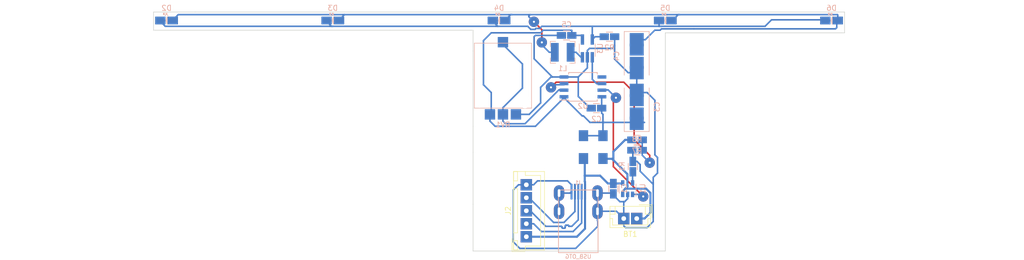
<source format=kicad_pcb>
(kicad_pcb (version 20221018) (generator pcbnew)
  (layers (0 "F.Cu" jumper) (31 "B.Cu" signal) (34 "B.Paste" user) (35 "F.Paste" user) (36 "B.SilkS" user "B.Silkscreen") (37 "F.SilkS" user "F.Silkscreen") (38 "B.Mask" user) (39 "F.Mask" user) (44 "Edge.Cuts" user))
  (net 0 "")
  (net 1 "GND")
  (net 2 "+BATT")
  (net 3 "+5V")
  (net 4 "VCC")
  (net 5 "LED_PWM")
  (net 6 "Net-(R1-Pad2)")
  (net 7 "BATT_VOLTAGE")
  (net 8 "BRIGHTNESS")
  (net 9 "CHG_STATUS")
  (net 10 "Net-(L1-Pad1)")
  (net 11 "/D-")
  (net 12 "/D+")
  (net 13 "/ID")
  (net 14 "/LED+")
  (net 15 "/LED-")
  (footprint "coddingtonbear:JST_EH_B02B-EH-A_02x2.50mm_Straight_LargePads" (layer "F.Cu") (at 172.5 72.25 180)
    (fp_text reference "BT1" (at 1.25 -3 180) (layer "F.SilkS"))
    (fp_text value "Battery_Cell")
    (fp_line (start -2.95 0.15) (end -2.95 2.65) (stroke (width 0.12)) (layer "F.SilkS"))
    (fp_line (start -2.95 2.65) (end -0.45 2.65) (stroke (width 0.12)) (layer "F.SilkS"))
    (fp_line (start -2.65 -1.75) (end -2.65 2.35) (stroke (width 0.12)) (layer "F.SilkS"))
    (fp_line (start -2.65 0) (end -2.15 0) (stroke (width 0.12)) (layer "F.SilkS"))
    (fp_line (start -2.65 0.85) (end -1.65 0.85) (stroke (width 0.12)) (layer "F.SilkS"))
    (fp_line (start -2.65 2.35) (end 5.15 2.35) (stroke (width 0.12)) (layer "F.SilkS"))
    (fp_line (start -2.15 -1.25) (end 4.65 -1.25) (stroke (width 0.12)) (layer "F.SilkS"))
    (fp_line (start -2.15 0) (end -2.15 -1.25) (stroke (width 0.12)) (layer "F.SilkS"))
    (fp_line (start -1.65 0.85) (end -1.65 2.35) (stroke (width 0.12)) (layer "F.SilkS"))
    (fp_line (start 4.15 0.85) (end 4.15 2.35) (stroke (width 0.12)) (layer "F.SilkS"))
    (fp_line (start 4.65 -1.25) (end 4.65 0) (stroke (width 0.12)) (layer "F.SilkS"))
    (fp_line (start 4.65 0) (end 5.15 0) (stroke (width 0.12)) (layer "F.SilkS"))
    (fp_line (start 5.15 -1.75) (end -2.65 -1.75) (stroke (width 0.12)) (layer "F.SilkS"))
    (fp_line (start 5.15 0.85) (end 4.15 0.85) (stroke (width 0.12)) (layer "F.SilkS"))
    (fp_line (start 5.15 2.35) (end 5.15 -1.75) (stroke (width 0.12)) (layer "F.SilkS"))
    (pad "1" thru_hole rect (at 0 0 180) (size 2.2 2.2) (drill 0.9) (layers "*.Cu" "*.Mask") (net 2 "+BATT"))
    (pad "2" thru_hole rect (at 2.5 0 180) (size 2.2 2.2) (drill 0.9) (layers "*.Cu" "*.Mask") (net 1 "GND"))
  )
  (footprint "coddingtonbear:JST_XH_B05B-XH-A_05x2.50mm_Straight_LargePads" (layer "F.Cu") (at 151.25 75.75 90)
    (fp_text reference "J2" (at 5 -3.5 90) (layer "F.SilkS"))
    (fp_text value "Passthrough")
    (fp_line (start -2.85 -2.75) (end -2.85 -0.25) (stroke (width 0.12)) (layer "F.SilkS"))
    (fp_line (start -2.55 -2.45) (end -2.55 -1.7) (stroke (width 0.12)) (layer "F.SilkS"))
    (fp_line (start -2.55 -2.45) (end -2.55 3.5) (stroke (width 0.12)) (layer "F.SilkS"))
    (fp_line (start -2.55 -1.7) (end -0.75 -1.7) (stroke (width 0.12)) (layer "F.SilkS"))
    (fp_line (start -2.55 -0.2) (end -1.8 -0.2) (stroke (width 0.12)) (layer "F.SilkS"))
    (fp_line (start -2.55 3.5) (end 12.55 3.5) (stroke (width 0.12)) (layer "F.SilkS"))
    (fp_line (start -1.8 -0.2) (end -1.8 2.75) (stroke (width 0.12)) (layer "F.SilkS"))
    (fp_line (start -1.8 2.75) (end 5 2.75) (stroke (width 0.12)) (layer "F.SilkS"))
    (fp_line (start -0.75 -2.45) (end -2.55 -2.45) (stroke (width 0.12)) (layer "F.SilkS"))
    (fp_line (start -0.75 -1.7) (end -0.75 -2.45) (stroke (width 0.12)) (layer "F.SilkS"))
    (fp_line (start -0.35 -2.75) (end -2.85 -2.75) (stroke (width 0.12)) (layer "F.SilkS"))
    (fp_line (start 0.75 -2.45) (end 0.75 -1.7) (stroke (width 0.12)) (layer "F.SilkS"))
    (fp_line (start 0.75 -1.7) (end 9.25 -1.7) (stroke (width 0.12)) (layer "F.SilkS"))
    (fp_line (start 9.25 -2.45) (end 0.75 -2.45) (stroke (width 0.12)) (layer "F.SilkS"))
    (fp_line (start 9.25 -1.7) (end 9.25 -2.45) (stroke (width 0.12)) (layer "F.SilkS"))
    (fp_line (start 10.75 -2.45) (end 10.75 -1.7) (stroke (width 0.12)) (layer "F.SilkS"))
    (fp_line (start 10.75 -1.7) (end 12.55 -1.7) (stroke (width 0.12)) (layer "F.SilkS"))
    (fp_line (start 11.8 -0.2) (end 11.8 2.75) (stroke (width 0.12)) (layer "F.SilkS"))
    (fp_line (start 11.8 2.75) (end 5 2.75) (stroke (width 0.12)) (layer "F.SilkS"))
    (fp_line (start 12.55 -2.45) (end -2.55 -2.45) (stroke (width 0.12)) (layer "F.SilkS"))
    (fp_line (start 12.55 -2.45) (end 10.75 -2.45) (stroke (width 0.12)) (layer "F.SilkS"))
    (fp_line (start 12.55 -1.7) (end 12.55 -2.45) (stroke (width 0.12)) (layer "F.SilkS"))
    (fp_line (start 12.55 -0.2) (end 11.8 -0.2) (stroke (width 0.12)) (layer "F.SilkS"))
    (fp_line (start 12.55 3.5) (end 12.55 -2.45) (stroke (width 0.12)) (layer "F.SilkS"))
    (pad "1" thru_hole rect (at 0 0 90) (size 2.2 2.2) (drill 0.9) (layers "*.Cu" "*.Mask") (net 3 "+5V"))
    (pad "2" thru_hole rect (at 2.5 0 90) (size 2.2 2.2) (drill 0.9) (layers "*.Cu" "*.Mask") (net 11 "/D-"))
    (pad "3" thru_hole rect (at 5 0 90) (size 2.2 2.2) (drill 0.9) (layers "*.Cu" "*.Mask") (net 12 "/D+"))
    (pad "4" thru_hole rect (at 7.5 0 90) (size 2.2 2.2) (drill 0.9) (layers "*.Cu" "*.Mask") (net 13 "/ID"))
    (pad "5" thru_hole rect (at 10 0 90) (size 2.2 2.2) (drill 0.9) (layers "*.Cu" "*.Mask") (net 1 "GND"))
  )
  (footprint "coddingtonbear:0805_Milling" (layer "B.Cu") (at 168 66.5 90)
    (fp_text reference "C1" (at 0 2.1 90) (layer "B.SilkS") (effects (justify mirror)))
    (fp_text value "0.1u")
    (fp_line (start -0.6 0.875) (end 0.6 0.875) (stroke (width 0.15)) (layer "B.SilkS"))
    (fp_line (start 0.6 -0.875) (end -0.6 -0.875) (stroke (width 0.15)) (layer "B.SilkS"))
    (pad "1" smd rect (at -1 0 90) (size 1.79 1.3) (layers "B.Cu" "B.Paste" "B.Mask") (net 1 "GND"))
    (pad "2" smd rect (at 1 0 90) (size 1.79 1.3) (layers "B.Cu" "B.Paste" "B.Mask") (net 3 "+5V"))
  )
  (footprint "coddingtonbear:0805_Milling" (layer "B.Cu") (at 164.75 51)
    (fp_text reference "C2" (at 0 2.1) (layer "B.SilkS") (effects (justify mirror)))
    (fp_text value "0.1u")
    (fp_line (start -0.6 0.875) (end 0.6 0.875) (stroke (width 0.15)) (layer "B.SilkS"))
    (fp_line (start 0.6 -0.875) (end -0.6 -0.875) (stroke (width 0.15)) (layer "B.SilkS"))
    (pad "1" smd rect (at -1 0) (size 1.79 1.3) (layers "B.Cu" "B.Paste" "B.Mask") (net 1 "GND"))
    (pad "2" smd rect (at 1 0) (size 1.79 1.3) (layers "B.Cu" "B.Paste" "B.Mask") (net 4 "VCC"))
  )
  (footprint "coddingtonbear:DO-214AC" (layer "B.Cu") (at 166 58.5 -90)
    (fp_text reference "D1")
    (fp_text value "SS14-TP")
    (pad "1" smd rect (at -2.19964 0 270) (size 2.10058 1.80086) (layers "B.Cu" "B.Paste" "B.Mask") (net 4 "VCC"))
    (pad "2" smd rect (at 2.19964 0 270) (size 2.10058 1.80086) (layers "B.Cu" "B.Paste" "B.Mask") (net 2 "+BATT"))
  )
  (footprint "coddingtonbear:MICRO_SIDELED_2808" (layer "B.Cu") (at 82 34.1325)
    (fp_text reference "D2" (at 0 -2.4) (layer "B.SilkS") (effects (justify mirror)))
    (fp_text value "LW-Y1SG")
    (fp_line (start -0.6 -1.4) (end -0.6 -1.1) (stroke (width 0.12)) (layer "B.SilkS"))
    (fp_line (start -0.6 -1.1) (end -0.4 -1.4) (stroke (width 0.12)) (layer "B.SilkS"))
    (fp_line (start -0.4 -1.4) (end -0.6 -1.4) (stroke (width 0.12)) (layer "B.SilkS"))
    (fp_line (start -0.2 -0.9) (end -0.6 -1.4) (stroke (width 0.12)) (layer "B.SilkS"))
    (fp_line (start -0.1 -1.4) (end -0.1 -1.1) (stroke (width 0.12)) (layer "B.SilkS"))
    (fp_line (start -0.1 -1.1) (end 0.1 -1.4) (stroke (width 0.12)) (layer "B.SilkS"))
    (fp_line (start -0.1 0) (end 0.1 -0.7) (stroke (width 0.12)) (layer "B.SilkS"))
    (fp_line (start 0.1 -1.4) (end -0.1 -1.4) (stroke (width 0.12)) (layer "B.SilkS"))
    (fp_line (start 0.1 -0.7) (end 0.1 0.6) (stroke (width 0.12)) (layer "B.SilkS"))
    (fp_line (start 0.1 0.7) (end -0.1 0) (stroke (width 0.12)) (layer "B.SilkS"))
    (fp_line (start 0.1 0.7) (end 0.1 0.5) (stroke (width 0.12)) (layer "B.SilkS"))
    (fp_line (start 0.3 -0.9) (end -0.1 -1.4) (stroke (width 0.12)) (layer "B.SilkS"))
    (pad "1" smd rect (at -1.2 0) (size 2 1.5) (layers "B.Cu" "B.Paste" "B.Mask") (net 15 "/LED-"))
    (pad "2" smd rect (at 1.2 0) (size 2 1.5) (layers "B.Cu" "B.Paste" "B.Mask") (net 14 "/LED+"))
  )
  (footprint "coddingtonbear:MICRO_SIDELED_2808" (layer "B.Cu") (at 114 34.1325)
    (fp_text reference "D3" (at 0 -2.4) (layer "B.SilkS") (effects (justify mirror)))
    (fp_text value "LW-Y1SG")
    (fp_line (start -0.6 -1.4) (end -0.6 -1.1) (stroke (width 0.12)) (layer "B.SilkS"))
    (fp_line (start -0.6 -1.1) (end -0.4 -1.4) (stroke (width 0.12)) (layer "B.SilkS"))
    (fp_line (start -0.4 -1.4) (end -0.6 -1.4) (stroke (width 0.12)) (layer "B.SilkS"))
    (fp_line (start -0.2 -0.9) (end -0.6 -1.4) (stroke (width 0.12)) (layer "B.SilkS"))
    (fp_line (start -0.1 -1.4) (end -0.1 -1.1) (stroke (width 0.12)) (layer "B.SilkS"))
    (fp_line (start -0.1 -1.1) (end 0.1 -1.4) (stroke (width 0.12)) (layer "B.SilkS"))
    (fp_line (start -0.1 0) (end 0.1 -0.7) (stroke (width 0.12)) (layer "B.SilkS"))
    (fp_line (start 0.1 -1.4) (end -0.1 -1.4) (stroke (width 0.12)) (layer "B.SilkS"))
    (fp_line (start 0.1 -0.7) (end 0.1 0.6) (stroke (width 0.12)) (layer "B.SilkS"))
    (fp_line (start 0.1 0.7) (end -0.1 0) (stroke (width 0.12)) (layer "B.SilkS"))
    (fp_line (start 0.1 0.7) (end 0.1 0.5) (stroke (width 0.12)) (layer "B.SilkS"))
    (fp_line (start 0.3 -0.9) (end -0.1 -1.4) (stroke (width 0.12)) (layer "B.SilkS"))
    (pad "1" smd rect (at -1.2 0) (size 2 1.5) (layers "B.Cu" "B.Paste" "B.Mask") (net 15 "/LED-"))
    (pad "2" smd rect (at 1.2 0) (size 2 1.5) (layers "B.Cu" "B.Paste" "B.Mask") (net 14 "/LED+"))
  )
  (footprint "coddingtonbear:MICRO_SIDELED_2808" (layer "B.Cu") (at 146 34.1325)
    (fp_text reference "D4" (at 0 -2.4) (layer "B.SilkS") (effects (justify mirror)))
    (fp_text value "LW-Y1SG")
    (fp_line (start -0.6 -1.4) (end -0.6 -1.1) (stroke (width 0.12)) (layer "B.SilkS"))
    (fp_line (start -0.6 -1.1) (end -0.4 -1.4) (stroke (width 0.12)) (layer "B.SilkS"))
    (fp_line (start -0.4 -1.4) (end -0.6 -1.4) (stroke (width 0.12)) (layer "B.SilkS"))
    (fp_line (start -0.2 -0.9) (end -0.6 -1.4) (stroke (width 0.12)) (layer "B.SilkS"))
    (fp_line (start -0.1 -1.4) (end -0.1 -1.1) (stroke (width 0.12)) (layer "B.SilkS"))
    (fp_line (start -0.1 -1.1) (end 0.1 -1.4) (stroke (width 0.12)) (layer "B.SilkS"))
    (fp_line (start -0.1 0) (end 0.1 -0.7) (stroke (width 0.12)) (layer "B.SilkS"))
    (fp_line (start 0.1 -1.4) (end -0.1 -1.4) (stroke (width 0.12)) (layer "B.SilkS"))
    (fp_line (start 0.1 -0.7) (end 0.1 0.6) (stroke (width 0.12)) (layer "B.SilkS"))
    (fp_line (start 0.1 0.7) (end -0.1 0) (stroke (width 0.12)) (layer "B.SilkS"))
    (fp_line (start 0.1 0.7) (end 0.1 0.5) (stroke (width 0.12)) (layer "B.SilkS"))
    (fp_line (start 0.3 -0.9) (end -0.1 -1.4) (stroke (width 0.12)) (layer "B.SilkS"))
    (pad "1" smd rect (at -1.2 0) (size 2 1.5) (layers "B.Cu" "B.Paste" "B.Mask") (net 15 "/LED-"))
    (pad "2" smd rect (at 1.2 0) (size 2 1.5) (layers "B.Cu" "B.Paste" "B.Mask") (net 14 "/LED+"))
  )
  (footprint "coddingtonbear:MICRO_SIDELED_2808" (layer "B.Cu") (at 178 34.1325)
    (fp_text reference "D5" (at 0 -2.4) (layer "B.SilkS") (effects (justify mirror)))
    (fp_text value "LW-Y1SG")
    (fp_line (start -0.6 -1.4) (end -0.6 -1.1) (stroke (width 0.12)) (layer "B.SilkS"))
    (fp_line (start -0.6 -1.1) (end -0.4 -1.4) (stroke (width 0.12)) (layer "B.SilkS"))
    (fp_line (start -0.4 -1.4) (end -0.6 -1.4) (stroke (width 0.12)) (layer "B.SilkS"))
    (fp_line (start -0.2 -0.9) (end -0.6 -1.4) (stroke (width 0.12)) (layer "B.SilkS"))
    (fp_line (start -0.1 -1.4) (end -0.1 -1.1) (stroke (width 0.12)) (layer "B.SilkS"))
    (fp_line (start -0.1 -1.1) (end 0.1 -1.4) (stroke (width 0.12)) (layer "B.SilkS"))
    (fp_line (start -0.1 0) (end 0.1 -0.7) (stroke (width 0.12)) (layer "B.SilkS"))
    (fp_line (start 0.1 -1.4) (end -0.1 -1.4) (stroke (width 0.12)) (layer "B.SilkS"))
    (fp_line (start 0.1 -0.7) (end 0.1 0.6) (stroke (width 0.12)) (layer "B.SilkS"))
    (fp_line (start 0.1 0.7) (end -0.1 0) (stroke (width 0.12)) (layer "B.SilkS"))
    (fp_line (start 0.1 0.7) (end 0.1 0.5) (stroke (width 0.12)) (layer "B.SilkS"))
    (fp_line (start 0.3 -0.9) (end -0.1 -1.4) (stroke (width 0.12)) (layer "B.SilkS"))
    (pad "1" smd rect (at -1.2 0) (size 2 1.5) (layers "B.Cu" "B.Paste" "B.Mask") (net 15 "/LED-"))
    (pad "2" smd rect (at 1.2 0) (size 2 1.5) (layers "B.Cu" "B.Paste" "B.Mask") (net 14 "/LED+"))
  )
  (footprint "coddingtonbear:MICRO_SIDELED_2808" (layer "B.Cu") (at 210 34.1325)
    (fp_text reference "D6" (at 0 -2.4) (layer "B.SilkS") (effects (justify mirror)))
    (fp_text value "LW-Y1SG")
    (fp_line (start -0.6 -1.4) (end -0.6 -1.1) (stroke (width 0.12)) (layer "B.SilkS"))
    (fp_line (start -0.6 -1.1) (end -0.4 -1.4) (stroke (width 0.12)) (layer "B.SilkS"))
    (fp_line (start -0.4 -1.4) (end -0.6 -1.4) (stroke (width 0.12)) (layer "B.SilkS"))
    (fp_line (start -0.2 -0.9) (end -0.6 -1.4) (stroke (width 0.12)) (layer "B.SilkS"))
    (fp_line (start -0.1 -1.4) (end -0.1 -1.1) (stroke (width 0.12)) (layer "B.SilkS"))
    (fp_line (start -0.1 -1.1) (end 0.1 -1.4) (stroke (width 0.12)) (layer "B.SilkS"))
    (fp_line (start -0.1 0) (end 0.1 -0.7) (stroke (width 0.12)) (layer "B.SilkS"))
    (fp_line (start 0.1 -1.4) (end -0.1 -1.4) (stroke (width 0.12)) (layer "B.SilkS"))
    (fp_line (start 0.1 -0.7) (end 0.1 0.6) (stroke (width 0.12)) (layer "B.SilkS"))
    (fp_line (start 0.1 0.7) (end -0.1 0) (stroke (width 0.12)) (layer "B.SilkS"))
    (fp_line (start 0.1 0.7) (end 0.1 0.5) (stroke (width 0.12)) (layer "B.SilkS"))
    (fp_line (start 0.3 -0.9) (end -0.1 -1.4) (stroke (width 0.12)) (layer "B.SilkS"))
    (pad "1" smd rect (at -1.2 0) (size 2 1.5) (layers "B.Cu" "B.Paste" "B.Mask") (net 15 "/LED-"))
    (pad "2" smd rect (at 1.2 0) (size 2 1.5) (layers "B.Cu" "B.Paste" "B.Mask") (net 14 "/LED+"))
  )
  (footprint "coddingtonbear:DO-214AC" (layer "B.Cu") (at 162.25 58.5 -90)
    (fp_text reference "D7")
    (fp_text value "SS14-TP")
    (pad "1" smd rect (at -2.19964 0 270) (size 2.10058 1.80086) (layers "B.Cu" "B.Paste" "B.Mask") (net 4 "VCC"))
    (pad "2" smd rect (at 2.19964 0 270) (size 2.10058 1.80086) (layers "B.Cu" "B.Paste" "B.Mask") (net 3 "+5V"))
  )
  (footprint "coddingtonbear:UJ2-MIBH-4-SMT" (layer "B.Cu") (at 161.25 66.75 180)
    (fp_text reference "J1" (at 0 1.397 180) (layer "B.SilkS") (effects (font (size 0.762 0.762) (thickness 0.127)) (justify mirror)))
    (fp_text value "USB_OTG" (at 0 -12.827 180) (layer "B.SilkS") (effects (font (size 0.762 0.762) (thickness 0.127)) (justify mirror)))
    (fp_line (start -3.81 -12.065) (end 3.81 -12.065) (stroke (width 0.15)) (layer "B.SilkS"))
    (fp_line (start -3.81 0) (end -3.81 -12.065) (stroke (width 0.15)) (layer "B.SilkS"))
    (fp_line (start -3.81 0) (end 3.81 0) (stroke (width 0.15)) (layer "B.SilkS"))
    (fp_line (start 3.81 0) (end 3.81 -12.065) (stroke (width 0.15)) (layer "B.SilkS"))
    (pad "1" smd rect (at -1.29794 -0.32004 180) (size 0.39878 3) (layers "B.Cu" "B.Paste" "B.Mask") (net 3 "+5V") (clearance 0.2032))
    (pad "2" smd rect (at -0.6477 -0.32004 180) (size 0.39878 3) (layers "B.Cu" "B.Paste" "B.Mask") (net 11 "/D-") (clearance 0.2032))
    (pad "3" smd rect (at 0 -0.32004 180) (size 0.39878 3) (layers "B.Cu" "B.Paste" "B.Mask") (net 12 "/D+") (clearance 0.2032))
    (pad "4" smd rect (at 0.6477 -0.32004 180) (size 0.39878 3) (layers "B.Cu" "B.Paste" "B.Mask") (net 13 "/ID") (clearance 0.2032))
    (pad "5" smd rect (at 1.29794 -0.32004 180) (size 0.39878 3) (layers "B.Cu" "B.Paste" "B.Mask") (net 1 "GND") (clearance 0.2032))
    (pad "6" thru_hole oval (at -3.7 -4.1 180) (size 2 3) (drill oval 0.5 1.5) (layers "*.Cu" "*.Mask") (net 1 "GND"))
    (pad "6" thru_hole oval (at -3.7 -0.6 180) (size 2 3) (drill oval 0.5 1.5) (layers "*.Cu" "*.Mask") (net 1 "GND"))
    (pad "6" thru_hole oval (at 3.7 -4.1 180) (size 2 3) (drill oval 0.5 1.5) (layers "*.Cu" "*.Mask") (net 1 "GND"))
    (pad "6" thru_hole oval (at 3.7 -0.6 180) (size 2 3) (drill oval 0.5 1.5) (layers "*.Cu" "*.Mask") (net 1 "GND"))
  )
  (footprint "coddingtonbear:0805_Milling" (layer "B.Cu") (at 171.75 62.25 -90)
    (fp_text reference "R1" (at 0 2.1 270) (layer "B.SilkS") (effects (justify mirror)))
    (fp_text value "10k")
    (fp_line (start -0.6 0.875) (end 0.6 0.875) (stroke (width 0.15)) (layer "B.SilkS"))
    (fp_line (start 0.6 -0.875) (end -0.6 -0.875) (stroke (width 0.15)) (layer "B.SilkS"))
    (pad "1" smd rect (at -1 0 270) (size 1.79 1.3) (layers "B.Cu" "B.Paste" "B.Mask") (net 1 "GND"))
    (pad "2" smd rect (at 1 0 270) (size 1.79 1.3) (layers "B.Cu" "B.Paste" "B.Mask") (net 6 "Net-(R1-Pad2)"))
  )
  (footprint "coddingtonbear:0805_Milling" (layer "B.Cu") (at 172.563657 57.102679)
    (fp_text reference "R7" (at 0 2.1) (layer "B.SilkS") (effects (justify mirror)))
    (fp_text value "10k")
    (fp_line (start -0.6 0.875) (end 0.6 0.875) (stroke (width 0.15)) (layer "B.SilkS"))
    (fp_line (start 0.6 -0.875) (end -0.6 -0.875) (stroke (width 0.15)) (layer "B.SilkS"))
    (pad "1" smd rect (at -1 0) (size 1.79 1.3) (layers "B.Cu" "B.Paste" "B.Mask") (net 2 "+BATT"))
    (pad "2" smd rect (at 1 0) (size 1.79 1.3) (layers "B.Cu" "B.Paste" "B.Mask") (net 7 "BATT_VOLTAGE"))
  )
  (footprint "coddingtonbear:0805_Milling" (layer "B.Cu") (at 172.563657 59.102679 180)
    (fp_text reference "R8" (at 0 2.1 180) (layer "B.SilkS") (effects (justify mirror)))
    (fp_text value "10k")
    (fp_line (start -0.6 0.875) (end 0.6 0.875) (stroke (width 0.15)) (layer "B.SilkS"))
    (fp_line (start 0.6 -0.875) (end -0.6 -0.875) (stroke (width 0.15)) (layer "B.SilkS"))
    (pad "1" smd rect (at -1 0 180) (size 1.79 1.3) (layers "B.Cu" "B.Paste" "B.Mask") (net 7 "BATT_VOLTAGE"))
    (pad "2" smd rect (at 1 0 180) (size 1.79 1.3) (layers "B.Cu" "B.Paste" "B.Mask") (net 1 "GND"))
  )
  (footprint "coddingtonbear:SV01_Murata_Pot" (layer "B.Cu") (at 146.75 44.5 180)
    (fp_text reference "RV1" (at 0 -9.7 180) (layer "B.SilkS") (effects (justify mirror)))
    (fp_text value "R_POT")
    (fp_line (start -5.5 -6.5) (end -5.5 6) (stroke (width 0.12)) (layer "B.SilkS"))
    (fp_line (start -5.5 -6.5) (end 5.5 -6.5) (stroke (width 0.12)) (layer "B.SilkS"))
    (fp_line (start -5.5 6) (end 5.5 6) (stroke (width 0.12)) (layer "B.SilkS"))
    (fp_line (start 5.5 6) (end 5.5 -6.5) (stroke (width 0.12)) (layer "B.SilkS"))
    (pad "" np_thru_hole circle (at -4.2309 -5.5138 180) (size 2 2) (drill 2) (layers "*.Cu" "*.Mask"))
    (pad "" np_thru_hole circle (at 0 0 180) (size 5 5) (drill 5) (layers "*.Cu" "*.Mask"))
    (pad "" np_thru_hole oval (at 4.2309 -5.5138 142.5) (size 1.1 2) (drill oval 1.1 2) (layers "*.Cu" "*.Mask"))
    (pad "1" smd rect (at -2.5 -7.7 180) (size 2 2) (layers "B.Cu" "B.Paste" "B.Mask") (net 1 "GND"))
    (pad "2" smd rect (at 0 -7.7 180) (size 2 2) (layers "B.Cu" "B.Paste" "B.Mask") (net 8 "BRIGHTNESS"))
    (pad "2" smd rect (at 0 6.2 180) (size 2 2) (layers "B.Cu" "B.Paste" "B.Mask") (net 8 "BRIGHTNESS"))
    (pad "3" smd rect (at 2.5 -7.7 180) (size 2 2) (layers "B.Cu" "B.Paste" "B.Mask") (net 4 "VCC"))
  )
  (footprint "Package_TO_SOT_SMD:SOT-23-5" (layer "B.Cu") (at 170.75 66.5 90)
    (fp_text reference "U1" (at 0 2.9 90) (layer "B.SilkS") (effects (justify mirror)))
    (fp_text value "MCP73831-2-OT")
    (fp_line (start -0.9 -1.61) (end 0.9 -1.61) (stroke (width 0.12)) (layer "B.SilkS"))
    (fp_line (start 0.9 1.61) (end -1.55 1.61) (stroke (width 0.12)) (layer "B.SilkS"))
    (pad "1" smd rect (at -1.1 0.95 90) (size 1.06 0.65) (layers "B.Cu" "B.Paste" "B.Mask") (net 9 "CHG_STATUS"))
    (pad "2" smd rect (at -1.1 0 90) (size 1.06 0.65) (layers "B.Cu" "B.Paste" "B.Mask") (net 1 "GND"))
    (pad "3" smd rect (at -1.1 -0.95 90) (size 1.06 0.65) (layers "B.Cu" "B.Paste" "B.Mask") (net 2 "+BATT"))
    (pad "4" smd rect (at 1.1 -0.95 90) (size 1.06 0.65) (layers "B.Cu" "B.Paste" "B.Mask") (net 3 "+5V"))
    (pad "5" smd rect (at 1.1 0.95 90) (size 1.06 0.65) (layers "B.Cu" "B.Paste" "B.Mask") (net 6 "Net-(R1-Pad2)"))
  )
  (footprint "Package_SO:SOIJ-8_5.3x5.3mm_P1.27mm" (layer "B.Cu") (at 162.15 46.905)
    (fp_text reference "U2" (at 0 3.68) (layer "B.SilkS") (effects (justify mirror)))
    (fp_text value "ATtiny85-20SU")
    (fp_line (start -2.75 -2.755) (end -2.75 -2.455) (stroke (width 0.15)) (layer "B.SilkS"))
    (fp_line (start -2.75 -2.755) (end 2.75 -2.755) (stroke (width 0.15)) (layer "B.SilkS"))
    (fp_line (start -2.75 2.55) (end -4.5 2.55) (stroke (width 0.15)) (layer "B.SilkS"))
    (fp_line (start -2.75 2.755) (end -2.75 2.55) (stroke (width 0.15)) (layer "B.SilkS"))
    (fp_line (start -2.75 2.755) (end 2.75 2.755) (stroke (width 0.15)) (layer "B.SilkS"))
    (fp_line (start 2.75 -2.755) (end 2.75 -2.455) (stroke (width 0.15)) (layer "B.SilkS"))
    (fp_line (start 2.75 2.755) (end 2.75 2.455) (stroke (width 0.15)) (layer "B.SilkS"))
    (pad "1" smd rect (at -3.65 1.905) (size 1.7 0.65) (layers "B.Cu" "B.Paste" "B.Mask") (net 4 "VCC"))
    (pad "2" smd rect (at -3.65 0.635) (size 1.7 0.65) (layers "B.Cu" "B.Paste" "B.Mask") (net 8 "BRIGHTNESS"))
    (pad "3" smd rect (at -3.65 -0.635) (size 1.7 0.65) (layers "B.Cu" "B.Paste" "B.Mask") (net 7 "BATT_VOLTAGE"))
    (pad "4" smd rect (at -3.65 -1.905) (size 1.7 0.65) (layers "B.Cu" "B.Paste" "B.Mask") (net 1 "GND"))
    (pad "5" smd rect (at 3.65 -1.905) (size 1.7 0.65) (layers "B.Cu" "B.Paste" "B.Mask"))
    (pad "6" smd rect (at 3.65 -0.635) (size 1.7 0.65) (layers "B.Cu" "B.Paste" "B.Mask") (net 5 "LED_PWM"))
    (pad "7" smd rect (at 3.65 0.635) (size 1.7 0.65) (layers "B.Cu" "B.Paste" "B.Mask") (net 9 "CHG_STATUS"))
    (pad "8" smd rect (at 3.65 1.905) (size 1.7 0.65) (layers "B.Cu" "B.Paste" "B.Mask") (net 4 "VCC"))
  )
  (footprint "coddingtonbear:CP_Tantalum_Case-D_EIA-7343-31_Milling" (layer "B.Cu") (at 172.5 50.75 90)
    (fp_text reference "C3" (at 0 3.9 90) (layer "B.SilkS") (effects (justify mirror)))
    (fp_text value "100uF / NTC-T107K10TRDF")
    (fp_line (start -4.75 -2.4) (end 3.65 -2.4) (stroke (width 0.12)) (layer "B.SilkS"))
    (fp_line (start -4.75 2.4) (end -4.75 -2.4) (stroke (width 0.12)) (layer "B.SilkS"))
    (fp_line (start -4.75 2.4) (end 3.65 2.4) (stroke (width 0.12)) (layer "B.SilkS"))
    (pad "1" smd rect (at -3.175 0 90) (size 2.55 2.7) (layers "B.Cu" "B.Paste" "B.Mask") (net 4 "VCC"))
    (pad "1" smd rect (at -1.27 0 90) (size 2.3 2.7) (layers "B.Cu" "B.Paste" "B.Mask") (net 4 "VCC"))
    (pad "2" smd rect (at 1.27 0 90) (size 2.3 2.7) (layers "B.Cu" "B.Paste" "B.Mask") (net 1 "GND"))
    (pad "2" smd rect (at 3.175 0 90) (size 2.55 2.7) (layers "B.Cu" "B.Paste" "B.Mask") (net 1 "GND"))
  )
  (footprint "coddingtonbear:CP_Tantalum_Case-D_EIA-7343-31_Milling" (layer "B.Cu") (at 172.5 41 -90)
    (fp_text reference "C4" (at 0 3.9 270) (layer "B.SilkS") (effects (justify mirror)))
    (fp_text value "100uF / NTC-T107K10TRDF")
    (fp_line (start -4.75 -2.4) (end 3.65 -2.4) (stroke (width 0.12)) (layer "B.SilkS"))
    (fp_line (start -4.75 2.4) (end -4.75 -2.4) (stroke (width 0.12)) (layer "B.SilkS"))
    (fp_line (start -4.75 2.4) (end 3.65 2.4) (stroke (width 0.12)) (layer "B.SilkS"))
    (pad "1" smd rect (at -3.175 0 270) (size 2.55 2.7) (layers "B.Cu" "B.Paste" "B.Mask") (net 14 "/LED+"))
    (pad "1" smd rect (at -1.27 0 270) (size 2.3 2.7) (layers "B.Cu" "B.Paste" "B.Mask") (net 14 "/LED+"))
    (pad "2" smd rect (at 1.27 0 270) (size 2.3 2.7) (layers "B.Cu" "B.Paste" "B.Mask") (net 1 "GND"))
    (pad "2" smd rect (at 3.175 0 270) (size 2.55 2.7) (layers "B.Cu" "B.Paste" "B.Mask") (net 1 "GND"))
  )
  (footprint "Inductor_SMD:L_Bourns-SRN4018" (layer "B.Cu") (at 158.25 40.25 180)
    (fp_text reference "L1" (at 0 -3.1 180) (layer "B.SilkS") (effects (justify mirror)))
    (fp_text value "47u")
    (fp_line (start -2.385 -2.11) (end -2.385 -1.085) (stroke (width 0.12)) (layer "B.SilkS"))
    (fp_line (start -2.385 -2.11) (end -1.36 -2.11) (stroke (width 0.12)) (layer "B.SilkS"))
    (fp_line (start -2.385 2.11) (end -2.385 1.085) (stroke (width 0.12)) (layer "B.SilkS"))
    (fp_line (start -2.385 2.11) (end -1.36 2.11) (stroke (width 0.12)) (layer "B.SilkS"))
    (fp_line (start 2.385 -2.11) (end 1.36 -2.11) (stroke (width 0.12)) (layer "B.SilkS"))
    (fp_line (start 2.385 -2.11) (end 2.385 -1.085) (stroke (width 0.12)) (layer "B.SilkS"))
    (fp_line (start 2.385 2.11) (end 1.36 2.11) (stroke (width 0.12)) (layer "B.SilkS"))
    (fp_line (start 2.385 2.11) (end 2.385 1.085) (stroke (width 0.12)) (layer "B.SilkS"))
    (pad "1" smd rect (at -1.525 0 180) (size 1.5 3.6) (layers "B.Cu" "B.Paste" "B.Mask") (net 10 "Net-(L1-Pad1)"))
    (pad "2" smd rect (at 1.525 0 180) (size 1.5 3.6) (layers "B.Cu" "B.Paste" "B.Mask") (net 14 "/LED+"))
  )
  (footprint "coddingtonbear:0805_Milling" (layer "B.Cu") (at 167.25 37.25)
    (fp_text reference "R2" (at 0 2.1) (layer "B.SilkS") (effects (justify mirror)))
    (fp_text value "1.0 (max)")
    (fp_line (start -0.6 0.875) (end 0.6 0.875) (stroke (width 0.15)) (layer "B.SilkS"))
    (fp_line (start 0.6 -0.875) (end -0.6 -0.875) (stroke (width 0.15)) (layer "B.SilkS"))
    (pad "1" smd rect (at -1 0) (size 1.79 1.3) (layers "B.Cu" "B.Paste" "B.Mask") (net 15 "/LED-"))
    (pad "2" smd rect (at 1 0) (size 1.79 1.3) (layers "B.Cu" "B.Paste" "B.Mask") (net 1 "GND"))
  )
  (footprint "Package_TO_SOT_SMD:TSOT-23-5_HandSoldering" (layer "B.Cu") (at 163 39.5 90)
    (fp_text reference "U3" (at 0 2.45 90) (layer "B.SilkS") (effects (justify mirror)))
    (fp_text value "PAM2804")
    (fp_line (start -0.88 -1.56) (end 0.88 -1.56) (stroke (width 0.12)) (layer "B.SilkS"))
    (fp_line (start 0.88 1.51) (end -1.55 1.51) (stroke (width 0.12)) (layer "B.SilkS"))
    (pad "1" smd rect (at -1.71 0.95 90) (size 2 0.65) (layers "B.Cu" "B.Paste" "B.Mask") (net 5 "LED_PWM"))
    (pad "2" smd rect (at -1.71 0 90) (size 2 0.65) (layers "B.Cu" "B.Paste" "B.Mask") (net 1 "GND"))
    (pad "3" smd rect (at -1.71 -0.95 90) (size 2 0.65) (layers "B.Cu" "B.Paste" "B.Mask") (net 10 "Net-(L1-Pad1)"))
    (pad "4" smd rect (at 1.71 -0.95 90) (size 2 0.65) (layers "B.Cu" "B.Paste" "B.Mask") (net 4 "VCC"))
    (pad "5" smd rect (at 1.71 0.95 90) (size 2 0.65) (layers "B.Cu" "B.Paste" "B.Mask") (net 15 "/LED-"))
  )
  (footprint "coddingtonbear:0805_Milling" (layer "B.Cu") (at 159 37 180)
    (fp_text reference "C5" (at 0 2.1 180) (layer "B.SilkS") (effects (justify mirror)))
    (fp_text value "0.1u")
    (fp_line (start -0.6 0.875) (end 0.6 0.875) (stroke (width 0.15)) (layer "B.SilkS"))
    (fp_line (start 0.6 -0.875) (end -0.6 -0.875) (stroke (width 0.15)) (layer "B.SilkS"))
    (pad "1" smd rect (at -1 0 180) (size 1.79 1.3) (layers "B.Cu" "B.Paste" "B.Mask") (net 4 "VCC"))
    (pad "2" smd rect (at 1 0 180) (size 1.79 1.3) (layers "B.Cu" "B.Paste" "B.Mask") (net 1 "GND"))
  )
  (gr_line (start 178 78.5) (end 141 78.5) (stroke (width 0.12)) (layer "Edge.Cuts"))
  (gr_line (start 141 36) (end 125 36) (stroke (width 0.12)) (layer "Edge.Cuts"))
  (gr_line (start 111.5 36) (end 99.5 36) (stroke (width 0.12)) (layer "Edge.Cuts"))
  (gr_line (start 79.5 32.5) (end 87.5 32.5) (stroke (width 0.12)) (layer "Edge.Cuts"))
  (gr_line (start 141 69.5) (end 141 59.5) (stroke (width 0.12)) (layer "Edge.Cuts"))
  (gr_line (start 141 40) (end 141 36) (stroke (width 0.12)) (layer "Edge.Cuts"))
  (gr_line (start 99.5 36) (end 79.5 36) (stroke (width 0.12)) (layer "Edge.Cuts"))
  (gr_line (start 141 59.5) (end 141 54.5) (stroke (width 0.12)) (layer "Edge.Cuts"))
  (gr_line (start 198 36.5) (end 178 36.5) (stroke (width 0.12)) (layer "Edge.Cuts"))
  (gr_line (start 87.5 32.5) (end 212.5 32.5) (stroke (width 0.12)) (layer "Edge.Cuts"))
  (gr_line (start 178 54.5) (end 178 65.5) (stroke (width 0.12)) (layer "Edge.Cuts"))
  (gr_line (start 212.5 36.5) (end 198 36.5) (stroke (width 0.12)) (layer "Edge.Cuts"))
  (gr_line (start 178 44) (end 178 49) (stroke (width 0.12)) (layer "Edge.Cuts"))
  (gr_line (start 141 78.5) (end 141 69.5) (stroke (width 0.12)) (layer "Edge.Cuts"))
  (gr_line (start 178 65.5) (end 178 78.5) (stroke (width 0.12)) (layer "Edge.Cuts"))
  (gr_line (start 178 49) (end 178 54.5) (stroke (width 0.12)) (layer "Edge.Cuts"))
  (gr_line (start 141 45.5) (end 141 40) (stroke (width 0.12)) (layer "Edge.Cuts"))
  (gr_line (start 178 36.5) (end 178 44) (stroke (width 0.12)) (layer "Edge.Cuts"))
  (gr_line (start 212.5 32.5) (end 212.5 36.5) (stroke (width 0.12)) (layer "Edge.Cuts"))
  (gr_line (start 125 36) (end 111.5 36) (stroke (width 0.12)) (layer "Edge.Cuts"))
  (gr_line (start 141 51) (end 141 45.5) (stroke (width 0.12)) (layer "Edge.Cuts"))
  (gr_line (start 79.5 36) (end 79.5 32.5) (stroke (width 0.12)) (layer "Edge.Cuts"))
  (gr_line (start 141 54.5) (end 141 51) (stroke (width 0.12)) (layer "Edge.Cuts"))
  (segment (start 172.5532 61.25) (end 173.159998 61.856798) (width 0.3) (layer "B.Cu") (net 1))
  (segment (start 174.5 74) (end 170.35 74) (width 0.3) (layer "B.Cu") (net 1))
  (segment (start 170 73.65) (end 170 72.25) (width 0.3) (layer "B.Cu") (net 1))
  (segment (start 153 37) (end 152.75 37.25) (width 0.3) (layer "B.Cu") (net 1))
  (segment (start 159.95206 67.07004) (end 159.95206 65.76943) (width 0.3) (layer "B.Cu") (net 1))
  (segment (start 164.95 70.85) (end 164.95 72.65) (width 0.3) (layer "B.Cu") (net 1))
  (segment (start 150 78) (end 148.75 76.75) (width 0.3) (layer "B.Cu") (net 1))
  (segment (start 159.18263 65) (end 153.4 65) (width 0.3) (layer "B.Cu") (net 1))
  (segment (start 153.4 65) (end 152.65 65.75) (width 0.3) (layer "B.Cu") (net 1))
  (segment (start 163.505 51) (end 163.75 51) (width 0.3) (layer "B.Cu") (net 1))
  (segment (start 168.25 41.575) (end 168.25 39) (width 0.3) (layer "B.Cu") (net 1))
  (segment (start 170 69) (end 169.255 69) (width 0.3) (layer "B.Cu") (net 1))
  (segment (start 175.680013 64.319987) (end 176.5 63.5) (width 0.3) (layer "B.Cu") (net 1))
  (segment (start 152.75 37.25) (end 152.75 41.5) (width 0.3) (layer "B.Cu") (net 1))
  (segment (start 163 43.25) (end 163 41) (width 0.3) (layer "B.Cu") (net 1))
  (segment (start 154 47) (end 156 45) (width 0.3) (layer "B.Cu") (net 1))
  (segment (start 176.5 63.5) (end 176.5 60.5) (width 0.3) (layer "B.Cu") (net 1))
  (segment (start 171.75 61.25) (end 172.5532 61.25) (width 0.3) (layer "B.Cu") (net 1))
  (segment (start 170.75 68.43) (end 170.18 69) (width 0.3) (layer "B.Cu") (net 1))
  (segment (start 161.25 45) (end 163 43.25) (width 0.3) (layer "B.Cu") (net 1))
  (segment (start 156.25 45) (end 158.5 45) (width 0.3) (layer "B.Cu") (net 1))
  (segment (start 173.159998 61.856798) (end 173.159998 63.143202) (width 0.3) (layer "B.Cu") (net 1))
  (segment (start 161.25 48.75) (end 161.255 48.75) (width 0.3) (layer "B.Cu") (net 1))
  (segment (start 165 72.7) (end 165 73.75) (width 0.3) (layer "B.Cu") (net 1))
  (segment (start 176.5 60.5) (end 176 60) (width 0.3) (layer "B.Cu") (net 1))
  (segment (start 170 70.85) (end 170 69) (width 0.3) (layer "B.Cu") (net 1))
  (segment (start 158.5 45) (end 161.25 45) (width 0.3) (layer "B.Cu") (net 1))
  (segment (start 165 73.75) (end 160.75 78) (width 0.3) (layer "B.Cu") (net 1))
  (segment (start 148.75 76.75) (end 148.75 66.75) (width 0.3) (layer "B.Cu") (net 1))
  (segment (start 172.273657 59.562679) (end 171.563657 58.852679) (width 0.3) (layer "B.Cu") (net 1))
  (segment (start 151.8 52.2) (end 154 50) (width 0.3) (layer "B.Cu") (net 1))
  (segment (start 149.75 65.75) (end 151.25 65.75) (width 0.3) (layer "B.Cu") (net 1))
  (segment (start 170.85 44.175) (end 168.25 41.575) (width 0.3) (layer "B.Cu") (net 1))
  (segment (start 156 45) (end 156.25 45) (width 0.3) (layer "B.Cu") (net 1))
  (segment (start 157.5 69) (end 157.5 67.25) (width 0.3) (layer "B.Cu") (net 1))
  (segment (start 157.55 70.85) (end 157.55 69.05) (width 0.3) (layer "B.Cu") (net 1))
  (segment (start 154 50) (end 154 47) (width 0.3) (layer "B.Cu") (net 1))
  (segment (start 163 39.91) (end 163.41 39.5) (width 0.3) (layer "B.Cu") (net 1))
  (segment (start 171.318657 59.102679) (end 171.813657 59.102679) (width 0.3) (layer "B.Cu") (net 1))
  (segment (start 172.5 48.03) (end 172.5 42.25) (width 0.3) (layer "B.Cu") (net 1))
  (segment (start 168.25 39) (end 168.25 37.25) (width 0.3) (layer "B.Cu") (net 1))
  (segment (start 170.18 69) (end 170 69) (width 0.3) (layer "B.Cu") (net 1))
  (segment (start 161.255 48.75) (end 163.505 51) (width 0.3) (layer "B.Cu") (net 1))
  (segment (start 170.75 67.6) (end 170.75 68.43) (width 0.3) (layer "B.Cu") (net 1))
  (segment (start 159.65 67.35) (end 160 67) (width 0.3) (layer "B.Cu") (net 1))
  (segment (start 158 37) (end 153 37) (width 0.3) (layer "B.Cu") (net 1))
  (segment (start 164.95 70.85) (end 164.95 67.3) (width 0.3) (layer "B.Cu") (net 1))
  (segment (start 159.95206 65.76943) (end 159.18263 65) (width 0.3) (layer "B.Cu") (net 1))
  (segment (start 175.680013 65.663217) (end 175.680013 72.819987) (width 0.3) (layer "B.Cu") (net 1))
  (segment (start 163 41.21) (end 163 39.91) (width 0.3) (layer "B.Cu") (net 1))
  (segment (start 164.95 70.85) (end 168.6 70.85) (width 0.3) (layer "B.Cu") (net 1))
  (segment (start 172.5 42.27) (end 172.5 44) (width 0.3) (layer "B.Cu") (net 1))
  (segment (start 175.680013 72.819987) (end 174.5 74) (width 0.3) (layer "B.Cu") (net 1))
  (segment (start 161.25 45) (end 161.25 48.75) (width 0.3) (layer "B.Cu") (net 1))
  (segment (start 163.41 39.5) (end 167.75 39.5) (width 0.3) (layer "B.Cu") (net 1))
  (segment (start 152.75 41.5) (end 155 43.75) (width 0.3) (layer "B.Cu") (net 1))
  (segment (start 152.65 65.75) (end 151.25 65.75) (width 0.3) (layer "B.Cu") (net 1))
  (segment (start 176 49.5) (end 174.5 48) (width 0.3) (layer "B.Cu") (net 1))
  (segment (start 149.25 52.2) (end 151.8 52.2) (width 0.3) (layer "B.Cu") (net 1))
  (segment (start 169.255 69) (end 168 67.745) (width 0.3) (layer "B.Cu") (net 1))
  (segment (start 155 43.75) (end 156.25 45) (width 0.3) (layer "B.Cu") (net 1))
  (segment (start 164.95 72.65) (end 165 72.7) (width 0.3) (layer "B.Cu") (net 1))
  (segment (start 164.95 67.35) (end 167.9 67.35) (width 0.3) (layer "B.Cu") (net 1))
  (segment (start 167.75 39.5) (end 168.25 39) (width 0.3) (layer "B.Cu") (net 1))
  (segment (start 173.159998 63.143202) (end 175.680013 65.663217) (width 0.3) (layer "B.Cu") (net 1))
  (segment (start 176 60) (end 176 49.5) (width 0.3) (layer "B.Cu") (net 1))
  (segment (start 174.5 48) (end 172.5 48) (width 0.3) (layer "B.Cu") (net 1))
  (segment (start 148.75 66.75) (end 149.75 65.75) (width 0.3) (layer "B.Cu") (net 1))
  (segment (start 172.5 44.175) (end 170.85 44.175) (width 0.3) (layer "B.Cu") (net 1))
  (segment (start 171.75 61.25) (end 171.75 59.5) (width 0.3) (layer "B.Cu") (net 1))
  (segment (start 170.35 74) (end 170 73.65) (width 0.3) (layer "B.Cu") (net 1))
  (segment (start 172.5 49.48) (end 172.5 48.03) (width 0.3) (layer "B.Cu") (net 1))
  (segment (start 168 67.745) (end 168 67.5) (width 0.3) (layer "B.Cu") (net 1))
  (segment (start 157.55 67.35) (end 159.65 67.35) (width 0.3) (layer "B.Cu") (net 1))
  (segment (start 175.680013 65.663217) (end 175.680013 64.319987) (width 0.3) (layer "B.Cu") (net 1))
  (segment (start 157.55 69.05) (end 157.5 69) (width 0.3) (layer "B.Cu") (net 1))
  (segment (start 170 72.25) (end 170 70.85) (width 0.3) (layer "B.Cu") (net 1))
  (segment (start 168.6 70.85) (end 170 72.25) (width 0.3) (layer "B.Cu") (net 1))
  (segment (start 160.75 78) (end 150 78) (width 0.3) (layer "B.Cu") (net 1))
  (segment (start 170.75 66.042998) (end 170.709999 66.002997) (width 0.4) (layer "B.Cu") (net 2))
  (segment (start 174 72.25) (end 172.5 72.25) (width 0.4) (layer "B.Cu") (net 2))
  (segment (start 174.307204 66.5) (end 175.140002 67.332798) (width 0.4) (layer "B.Cu") (net 2))
  (segment (start 170.268657 57.102679) (end 168 59.371336) (width 0.4) (layer "B.Cu") (net 2))
  (segment (start 170.292998 66.5) (end 170.75 66.042998) (width 0.4) (layer "B.Cu") (net 2))
  (segment (start 170.709999 63.709999) (end 168 61) (width 0.4) (layer "B.Cu") (net 2))
  (segment (start 170.292998 66.5) (end 174.307204 66.5) (width 0.4) (layer "B.Cu") (net 2))
  (segment (start 169.8 66.992998) (end 170.292998 66.5) (width 0.4) (layer "B.Cu") (net 2))
  (segment (start 171.563657 57.102679) (end 170.268657 57.102679) (width 0.4) (layer "B.Cu") (net 2))
  (segment (start 167.75 60.75) (end 165.75 60.75) (width 0.4) (layer "B.Cu") (net 2))
  (segment (start 175.140002 67.332798) (end 175.140002 71.109998) (width 0.4) (layer "B.Cu") (net 2))
  (segment (start 169.8 67.6) (end 169.8 66.992998) (width 0.4) (layer "B.Cu") (net 2))
  (segment (start 168 61) (end 167.75 60.75) (width 0.4) (layer "B.Cu") (net 2))
  (segment (start 175.140002 71.109998) (end 174 72.25) (width 0.4) (layer "B.Cu") (net 2))
  (segment (start 168 59.371336) (end 168 61) (width 0.4) (layer "B.Cu") (net 2))
  (segment (start 170.709999 66.002997) (end 170.709999 63.709999) (width 0.4) (layer "B.Cu") (net 2))
  (segment (start 162.54794 67.07004) (end 162.54794 65.17004) (width 0.4) (layer "B.Cu") (net 3))
  (segment (start 162.54794 74.20206) (end 161 75.75) (width 0.4) (layer "B.Cu") (net 3))
  (segment (start 162.5 64) (end 162.5 60.75) (width 0.4) (layer "B.Cu") (net 3))
  (segment (start 162.54794 65.17004) (end 162.5 65.1221) (width 0.4) (layer "B.Cu") (net 3))
  (segment (start 168 65.5) (end 169.75 65.5) (width 0.4) (layer "B.Cu") (net 3))
  (segment (start 161 75.75) (end 151.5 75.75) (width 0.4) (layer "B.Cu") (net 3))
  (segment (start 166.95 65.5) (end 165.45 64) (width 0.4) (layer "B.Cu") (net 3))
  (segment (start 162.5 65.1221) (end 162.5 64) (width 0.4) (layer "B.Cu") (net 3))
  (segment (start 168 65.5) (end 166.95 65.5) (width 0.4) (layer "B.Cu") (net 3))
  (segment (start 165.45 64) (end 162.5 64) (width 0.4) (layer "B.Cu") (net 3))
  (segment (start 162.54794 67.07004) (end 162.54794 74.20206) (width 0.4) (layer "B.Cu") (net 3))
  (segment (start 151.5 75.75) (end 151.25 75.5) (width 0.4) (layer "B.Cu") (net 3))
  (segment (start 166.25 53.75) (end 166 53.75) (width 0.3) (layer "B.Cu") (net 4))
  (segment (start 165.75 51) (end 165.75 51.95) (width 0.3) (layer "B.Cu") (net 4))
  (segment (start 160 37) (end 160 36.05) (width 0.3) (layer "B.Cu") (net 4))
  (segment (start 144.5 48) (end 144.5 52.5) (width 0.3) (layer "B.Cu") (net 4))
  (segment (start 166.25 53.75) (end 163.5 53.75) (width 0.3) (layer "B.Cu") (net 4))
  (segment (start 144.25 52.2) (end 144.25 53.5) (width 0.3) (layer "B.Cu") (net 4))
  (segment (start 162.05 37.79) (end 162.05 37.05) (width 0.3) (layer "B.Cu") (net 4))
  (segment (start 173.42 53.75) (end 174 53.75) (width 0.3) (layer "B.Cu") (net 4))
  (segment (start 166 53.75) (end 166 56.25) (width 0.3) (layer "B.Cu") (net 4))
  (segment (start 154 36.5) (end 144.5 36.5) (width 0.3) (layer "B.Cu") (net 4))
  (segment (start 162.25 56.30036) (end 166.44964 56.30036) (width 0.3) (layer "B.Cu") (net 4))
  (segment (start 153 54.5) (end 158.75 48.75) (width 0.3) (layer "B.Cu") (net 4))
  (segment (start 144.5 36.5) (end 143 38) (width 0.3) (layer "B.Cu") (net 4))
  (segment (start 165.75 48.75) (end 165.75 51) (width 0.3) (layer "B.Cu") (net 4))
  (segment (start 171.845 53.75) (end 173.42 53.75) (width 0.3) (layer "B.Cu") (net 4))
  (segment (start 154.490001 36.009999) (end 154 36.5) (width 0.3) (layer "B.Cu") (net 4))
  (segment (start 162 52.5) (end 162.25 52.5) (width 0.3) (layer "B.Cu") (net 4))
  (segment (start 144.25 53.5) (end 145.25 54.5) (width 0.3) (layer "B.Cu") (net 4))
  (segment (start 166.44964 56.30036) (end 166.14928 56) (width 0.3) (layer "B.Cu") (net 4))
  (segment (start 162.05 37.05) (end 162 37) (width 0.3) (layer "B.Cu") (net 4))
  (segment (start 145.25 54.5) (end 153 54.5) (width 0.3) (layer "B.Cu") (net 4))
  (segment (start 162 52.5) (end 158.5 49) (width 0.3) (layer "B.Cu") (net 4))
  (segment (start 143 46.5) (end 144.5 48) (width 0.3) (layer "B.Cu") (net 4))
  (segment (start 162.25 52.5) (end 163.5 53.75) (width 0.3) (layer "B.Cu") (net 4))
  (segment (start 143 38) (end 143 46.5) (width 0.3) (layer "B.Cu") (net 4))
  (segment (start 171.75 53.75) (end 172.5 53) (width 0.3) (layer "B.Cu") (net 4))
  (segment (start 159.959999 36.009999) (end 154.490001 36.009999) (width 0.3) (layer "B.Cu") (net 4))
  (segment (start 165.75 51.95) (end 166 52.2) (width 0.3) (layer "B.Cu") (net 4))
  (segment (start 166.25 53.75) (end 171.75 53.75) (width 0.3) (layer "B.Cu") (net 4))
  (segment (start 166 52.2) (end 166 53.75) (width 0.3) (layer "B.Cu") (net 4))
  (segment (start 160 36.05) (end 159.959999 36.009999) (width 0.3) (layer "B.Cu") (net 4))
  (segment (start 162 37) (end 160 37) (width 0.3) (layer "B.Cu") (net 4))
  (segment (start 163.95 45.45) (end 163.95 41.21) (width 0.3) (layer "B.Cu") (net 5))
  (segment (start 164.77 46.27) (end 163.95 45.45) (width 0.3) (layer "B.Cu") (net 5))
  (segment (start 165.8 46.27) (end 164.77 46.27) (width 0.3) (layer "B.Cu") (net 5))
  (segment (start 171.7 63.3) (end 171.75 63.25) (width 0.3) (layer "B.Cu") (net 6))
  (segment (start 171.7 65.4) (end 171.7 63.3) (width 0.3) (layer "B.Cu") (net 6))
  (segment (start 175 61.5) (end 175 60.085787) (width 0.3) (layer "F.Cu") (net 7))
  (segment (start 170 46) (end 157 46) (width 0.3) (layer "F.Cu") (net 7))
  (segment (start 172 57.085787) (end 172 48) (width 0.3) (layer "F.Cu") (net 7))
  (segment (start 175 60.085787) (end 172 57.085787) (width 0.3) (layer "F.Cu") (net 7))
  (segment (start 172 48) (end 170 46) (width 0.3) (layer "F.Cu") (net 7))
  (segment (start 157 46) (end 156 47) (width 0.3) (layer "F.Cu") (net 7))
  (via (at 175 61.5) (size 2) (drill 0.4) (layers "F.Cu" "B.Cu") (net 7))
  (via (at 156 47) (size 2) (drill 0.4) (layers "F.Cu" "B.Cu") (net 7))
  (segment (start 156.5 46.5) (end 158.5 46.5) (width 0.3) (layer "B.Cu") (net 7))
  (segment (start 173.563657 57.102679) (end 173.563657 59.102679) (width 0.3) (layer "B.Cu") (net 7))
  (segment (start 173.563657 59.102679) (end 173.563657 60.063657) (width 0.3) (layer "B.Cu") (net 7))
  (segment (start 173.563657 60.063657) (end 175 61.5) (width 0.3) (layer "B.Cu") (net 7))
  (segment (start 156 47) (end 156.5 46.5) (width 0.3) (layer "B.Cu") (net 7))
  (segment (start 151 54) (end 156 49) (width 0.3) (layer "B.Cu") (net 8))
  (segment (start 146.75 52.2) (end 146.75 50.9) (width 0.3) (layer "B.Cu") (net 8))
  (segment (start 150.5 47.15) (end 150.5 43.5) (width 0.3) (layer "B.Cu") (net 8))
  (segment (start 156 49) (end 157.5 47.5) (width 0.3) (layer "B.Cu") (net 8))
  (segment (start 146.75 50.9) (end 150.5 47.15) (width 0.3) (layer "B.Cu") (net 8))
  (segment (start 147.25 54) (end 151 54) (width 0.3) (layer "B.Cu") (net 8))
  (segment (start 150.5 42.5) (end 146.5 38.5) (width 0.3) (layer "B.Cu") (net 8))
  (segment (start 146.75 52.2) (end 146.75 53.5) (width 0.3) (layer "B.Cu") (net 8))
  (segment (start 150.5 43.5) (end 150.5 42.5) (width 0.3) (layer "B.Cu") (net 8))
  (segment (start 146.75 53.5) (end 147.25 54) (width 0.3) (layer "B.Cu") (net 8))
  (segment (start 157.5 47.5) (end 158.5 47.5) (width 0.3) (layer "B.Cu") (net 8))
  (segment (start 168 49.5) (end 168.5 49) (width 0.3) (layer "F.Cu") (net 9))
  (segment (start 168 62.25) (end 168 49.5) (width 0.3) (layer "F.Cu") (net 9))
  (segment (start 173.75 68) (end 168 62.25) (width 0.3) (layer "F.Cu") (net 9))
  (via (at 168.5 49) (size 2) (drill 0.4) (layers "F.Cu" "B.Cu") (net 9))
  (via (at 173.75 68) (size 2) (drill 0.4) (layers "F.Cu" "B.Cu") (net 9))
  (segment (start 171.7 67.6) (end 173.35 67.6) (width 0.3) (layer "B.Cu") (net 9))
  (segment (start 167 47.5) (end 165.75 47.5) (width 0.3) (layer "B.Cu") (net 9))
  (segment (start 173.35 67.6) (end 173.75 68) (width 0.3) (layer "B.Cu") (net 9))
  (segment (start 168.5 49) (end 167 47.5) (width 0.3) (layer "B.Cu") (net 9))
  (segment (start 160.825 40.25) (end 161.825 41.25) (width 0.3) (layer "B.Cu") (net 10))
  (segment (start 159.775 40.25) (end 160.825 40.25) (width 0.3) (layer "B.Cu") (net 10))
  (segment (start 161.825 41.25) (end 162 41.25) (width 0.3) (layer "B.Cu") (net 10))
  (segment (start 152.65 73.25) (end 151.25 73.25) (width 0.3) (layer "B.Cu") (net 11))
  (segment (start 161.8977 67.07004) (end 161.8977 73.1023) (width 0.3) (layer "B.Cu") (net 11))
  (segment (start 161.8977 73.1023) (end 160.25 74.75) (width 0.3) (layer "B.Cu") (net 11))
  (segment (start 160.25 74.75) (end 154.15 74.75) (width 0.3) (layer "B.Cu") (net 11))
  (segment (start 154.15 74.75) (end 152.65 73.25) (width 0.3) (layer "B.Cu") (net 11))
  (segment (start 161.25 72.5) (end 160 73.75) (width 0.3) (layer "B.Cu") (net 12))
  (segment (start 158.798818 73.58897) (end 158.790512 73.612707) (width 0.3) (layer "B.Cu") (net 12))
  (segment (start 158.87501 73.528209) (end 158.851273 73.536515) (width 0.3) (layer "B.Cu") (net 12))
  (segment (start 158.018964 73.768549) (end 157.979375 73.754697) (width 0.3) (layer "B.Cu") (net 12))
  (segment (start 159.47501 73.747184) (end 159.451273 73.738878) (width 0.3) (layer "B.Cu") (net 12))
  (segment (start 158.084136 73.820522) (end 158.054478 73.790864) (width 0.3) (layer "B.Cu") (net 12))
  (segment (start 158.143548 74.018571) (end 158.129696 73.978982) (width 0.3) (layer "B.Cu") (net 12))
  (segment (start 158.579375 74.11991) (end 158.537697 74.124606) (width 0.3) (layer "B.Cu") (net 12))
  (segment (start 158.851273 73.536515) (end 158.82998 73.549894) (width 0.3) (layer "B.Cu") (net 12))
  (segment (start 158.706451 74.018571) (end 158.684136 74.054085) (width 0.3) (layer "B.Cu") (net 12))
  (segment (start 159.451273 73.738878) (end 159.42998 73.725499) (width 0.3) (layer "B.Cu") (net 12))
  (segment (start 158.787697 73.637697) (end 158.787697 73.75) (width 0.3) (layer "B.Cu") (net 12))
  (segment (start 155 73.75) (end 152.25 71) (width 0.3) (layer "B.Cu") (net 12))
  (segment (start 158.787697 73.75) (end 158.725 73.75) (width 0.3) (layer "B.Cu") (net 12))
  (segment (start 159.363196 73.567677) (end 159.345413 73.549894) (width 0.3) (layer "B.Cu") (net 12))
  (segment (start 158.790512 73.612707) (end 158.787697 73.637697) (width 0.3) (layer "B.Cu") (net 12))
  (segment (start 158.654478 74.083743) (end 158.618964 74.106058) (width 0.3) (layer "B.Cu") (net 12))
  (segment (start 158.618964 74.106058) (end 158.579375 74.11991) (width 0.3) (layer "B.Cu") (net 12))
  (segment (start 159.412197 73.707716) (end 159.398818 73.686423) (width 0.3) (layer "B.Cu") (net 12))
  (segment (start 158.684136 74.054085) (end 158.654478 74.083743) (width 0.3) (layer "B.Cu") (net 12))
  (segment (start 158.231035 74.106058) (end 158.195521 74.083743) (width 0.3) (layer "B.Cu") (net 12))
  (segment (start 159.300383 73.528209) (end 159.275394 73.525394) (width 0.3) (layer "B.Cu") (net 12))
  (segment (start 158.9 73.525394) (end 158.87501 73.528209) (width 0.3) (layer "B.Cu") (net 12))
  (segment (start 158.537697 74.124606) (end 158.312303 74.124606) (width 0.3) (layer "B.Cu") (net 12))
  (segment (start 158.120303 73.895625) (end 158.106451 73.856036) (width 0.3) (layer "B.Cu") (net 12))
  (segment (start 158.106451 73.856036) (end 158.084136 73.820522) (width 0.3) (layer "B.Cu") (net 12))
  (segment (start 159.42998 73.725499) (end 159.412197 73.707716) (width 0.3) (layer "B.Cu") (net 12))
  (segment (start 159.345413 73.549894) (end 159.32412 73.536515) (width 0.3) (layer "B.Cu") (net 12))
  (segment (start 158.312303 74.124606) (end 158.270624 74.11991) (width 0.3) (layer "B.Cu") (net 12))
  (segment (start 157.937697 73.75) (end 155 73.75) (width 0.3) (layer "B.Cu") (net 12))
  (segment (start 159.5 73.75) (end 159.47501 73.747184) (width 0.3) (layer "B.Cu") (net 12))
  (segment (start 159.32412 73.536515) (end 159.300383 73.528209) (width 0.3) (layer "B.Cu") (net 12))
  (segment (start 159.384881 73.612707) (end 159.376575 73.58897) (width 0.3) (layer "B.Cu") (net 12))
  (segment (start 158.725 73.75) (end 158.725 73.937303) (width 0.3) (layer "B.Cu") (net 12))
  (segment (start 158.720303 73.978982) (end 158.706451 74.018571) (width 0.3) (layer "B.Cu") (net 12))
  (segment (start 159.376575 73.58897) (end 159.363196 73.567677) (width 0.3) (layer "B.Cu") (net 12))
  (segment (start 159.275394 73.525394) (end 158.9 73.525394) (width 0.3) (layer "B.Cu") (net 12))
  (segment (start 158.725 73.937303) (end 158.720303 73.978982) (width 0.3) (layer "B.Cu") (net 12))
  (segment (start 158.195521 74.083743) (end 158.165863 74.054085) (width 0.3) (layer "B.Cu") (net 12))
  (segment (start 159.390512 73.662686) (end 159.384881 73.612707) (width 0.3) (layer "B.Cu") (net 12))
  (segment (start 152.25 71) (end 151 71) (width 0.3) (layer "B.Cu") (net 12))
  (segment (start 158.82998 73.549894) (end 158.812197 73.567677) (width 0.3) (layer "B.Cu") (net 12))
  (segment (start 161.25 67.07004) (end 161.25 72.5) (width 0.3) (layer "B.Cu") (net 12))
  (segment (start 158.812197 73.567677) (end 158.798818 73.58897) (width 0.3) (layer "B.Cu") (net 12))
  (segment (start 160 73.75) (end 159.5 73.75) (width 0.3) (layer "B.Cu") (net 12))
  (segment (start 158.129696 73.978982) (end 158.120303 73.895625) (width 0.3) (layer "B.Cu") (net 12))
  (segment (start 158.054478 73.790864) (end 158.018964 73.768549) (width 0.3) (layer "B.Cu") (net 12))
  (segment (start 158.165863 74.054085) (end 158.143548 74.018571) (width 0.3) (layer "B.Cu") (net 12))
  (segment (start 157.979375 73.754697) (end 157.937697 73.75) (width 0.3) (layer "B.Cu") (net 12))
  (segment (start 158.270624 74.11991) (end 158.231035 74.106058) (width 0.3) (layer "B.Cu") (net 12))
  (segment (start 159.398818 73.686423) (end 159.390512 73.662686) (width 0.3) (layer "B.Cu") (net 12))
  (segment (start 151.75 68.25) (end 151.25 68.25) (width 0.3) (layer "B.Cu") (net 13))
  (segment (start 160.6023 70.8977) (end 158.5 73) (width 0.3) (layer "B.Cu") (net 13))
  (segment (start 160.6023 67.07004) (end 160.6023 70.8977) (width 0.3) (layer "B.Cu") (net 13))
  (segment (start 156.5 73) (end 151.75 68.25) (width 0.3) (layer "B.Cu") (net 13))
  (segment (start 158.5 73) (end 156.5 73) (width 0.3) (layer "B.Cu") (net 13))
  (segment (start 152.712845 34.379205) (end 154.236951 35.903311) (width 0.3) (layer "F.Cu") (net 14))
  (segment (start 154.236951 36.925797) (end 154.236951 38.34001) (width 0.3) (layer "F.Cu") (net 14))
  (segment (start 154.236951 35.903311) (end 154.236951 36.925797) (width 0.3) (layer "F.Cu") (net 14))
  (via (at 152.712845 34.379205) (size 2) (drill 0.4) (layers "F.Cu" "B.Cu") (net 14))
  (via (at 154.236951 38.34001) (size 2) (drill 0.4) (layers "F.Cu" "B.Cu") (net 14))
  (segment (start 210.75999 35.74001) (end 211 35.5) (width 0.3) (layer "B.Cu") (net 14))
  (segment (start 177 36) (end 177.25999 35.74001) (width 0.3) (layer "B.Cu") (net 14))
  (segment (start 172.5 37.825) (end 174.15 37.825) (width 0.3) (layer "B.Cu") (net 14))
  (segment (start 148.5 33) (end 116.25 33) (width 0.3) (layer "B.Cu") (net 14))
  (segment (start 177.25999 35.74001) (end 183.5 35.74001) (width 0.3) (layer "B.Cu") (net 14))
  (segment (start 211 35.5) (end 211 34) (width 0.3) (layer "B.Cu") (net 14))
  (segment (start 172.5 37.825) (end 172.5 39.25) (width 0.3) (layer "B.Cu") (net 14))
  (segment (start 154.236951 38.811951) (end 154.236951 38.34001) (width 0.3) (layer "B.Cu") (net 14))
  (segment (start 155.675 40.25) (end 154.236951 38.811951) (width 0.3) (layer "B.Cu") (net 14))
  (segment (start 174.15 37.825) (end 175.975 36) (width 0.3) (layer "B.Cu") (net 14))
  (segment (start 211.2 33.0825) (end 211.1175 33) (width 0.3) (layer "B.Cu") (net 14))
  (segment (start 156.725 40.25) (end 155.675 40.25) (width 0.3) (layer "B.Cu") (net 14))
  (segment (start 183.5 35.74001) (end 210.75999 35.74001) (width 0.3) (layer "B.Cu") (net 14))
  (segment (start 152 33) (end 151.712846 33.287154) (width 0.3) (layer "B.Cu") (net 14))
  (segment (start 211.1175 33) (end 180.75 33) (width 0.3) (layer "B.Cu") (net 14))
  (segment (start 148.25 33) (end 147.25 34) (width 0.3) (layer "B.Cu") (net 14))
  (segment (start 175.975 36) (end 177 36) (width 0.3) (layer "B.Cu") (net 14))
  (segment (start 152 33) (end 148.5 33) (width 0.3) (layer "B.Cu") (net 14))
  (segment (start 180.5 33) (end 179.25 34.25) (width 0.3) (layer "B.Cu") (net 14))
  (segment (start 180.75 33) (end 180.5 33) (width 0.3) (layer "B.Cu") (net 14))
  (segment (start 211.2 34.1325) (end 211.2 33.0825) (width 0.3) (layer "B.Cu") (net 14))
  (segment (start 148.5 33) (end 148.25 33) (width 0.3) (layer "B.Cu") (net 14))
  (segment (start 172.5 39.73) (end 172.5 37.5) (width 0.3) (layer "B.Cu") (net 14))
  (segment (start 84.25 33) (end 83.25 34) (width 0.3) (layer "B.Cu") (net 14))
  (segment (start 116.25 33) (end 115.25 34) (width 0.3) (layer "B.Cu") (net 14))
  (segment (start 116.25 33) (end 84.25 33) (width 0.3) (layer "B.Cu") (net 14))
  (segment (start 151.712846 33.287154) (end 151.712846 33.379206) (width 0.3) (layer "B.Cu") (net 14))
  (segment (start 180.75 33) (end 152 33) (width 0.3) (layer "B.Cu") (net 14))
  (segment (start 151.712846 33.379206) (end 152.712845 34.379205) (width 0.3) (layer "B.Cu") (net 14))
  (segment (start 176.8675 35.25) (end 177.25 35.25) (width 0.3) (layer "B.Cu") (net 15))
  (segment (start 113.75 35.25) (end 112.75 34.25) (width 0.3) (layer "B.Cu") (net 15))
  (segment (start 209 34) (end 198.45 34) (width 0.3) (layer "B.Cu") (net 15))
  (segment (start 145.955498 35.25) (end 145.75 35.25) (width 0.3) (layer "B.Cu") (net 15))
  (segment (start 163.95 37.79) (end 163.95 35.3) (width 0.3) (layer "B.Cu") (net 15))
  (segment (start 81.75 35.25) (end 80.75 34.25) (width 0.3) (layer "B.Cu") (net 15))
  (segment (start 163.95 35.3) (end 164 35.25) (width 0.3) (layer "B.Cu") (net 15))
  (segment (start 154.233202 35.25) (end 153.823204 35.659998) (width 0.3) (layer "B.Cu") (net 15))
  (segment (start 177.25 35.25) (end 164 35.25) (width 0.3) (layer "B.Cu") (net 15))
  (segment (start 197.2 35.25) (end 177.25 35.25) (width 0.3) (layer "B.Cu") (net 15))
  (segment (start 151.516798 35.25) (end 145.955498 35.25) (width 0.3) (layer "B.Cu") (net 15))
  (segment (start 152.926795 35.840001) (end 152.106799 35.840001) (width 0.3) (layer "B.Cu") (net 15))
  (segment (start 114 35.25) (end 81.75 35.25) (width 0.3) (layer "B.Cu") (net 15))
  (segment (start 176.8 34.1325) (end 176.8 35.1825) (width 0.3) (layer "B.Cu") (net 15))
  (segment (start 145.75 35.25) (end 114 35.25) (width 0.3) (layer "B.Cu") (net 15))
  (segment (start 114 35.25) (end 113.75 35.25) (width 0.3) (layer "B.Cu") (net 15))
  (segment (start 198.45 34) (end 197.2 35.25) (width 0.3) (layer "B.Cu") (net 15))
  (segment (start 153.823204 35.659998) (end 153.106798 35.659998) (width 0.3) (layer "B.Cu") (net 15))
  (segment (start 164 35.25) (end 154.233202 35.25) (width 0.3) (layer "B.Cu") (net 15))
  (segment (start 153.106798 35.659998) (end 152.926795 35.840001) (width 0.3) (layer "B.Cu") (net 15))
  (segment (start 166.25 37.25) (end 164.5 37.25) (width 0.3) (layer "B.Cu") (net 15))
  (segment (start 164.5 37.25) (end 164 37.75) (width 0.3) (layer "B.Cu") (net 15))
  (segment (start 176.8 35.1825) (end 176.8675 35.25) (width 0.3) (layer "B.Cu") (net 15))
  (segment (start 152.106799 35.840001) (end 151.516798 35.25) (width 0.3) (layer "B.Cu") (net 15))
  (segment (start 145.75 35.25) (end 144.75 34.25) (width 0.3) (layer "B.Cu") (net 15))
)
</source>
